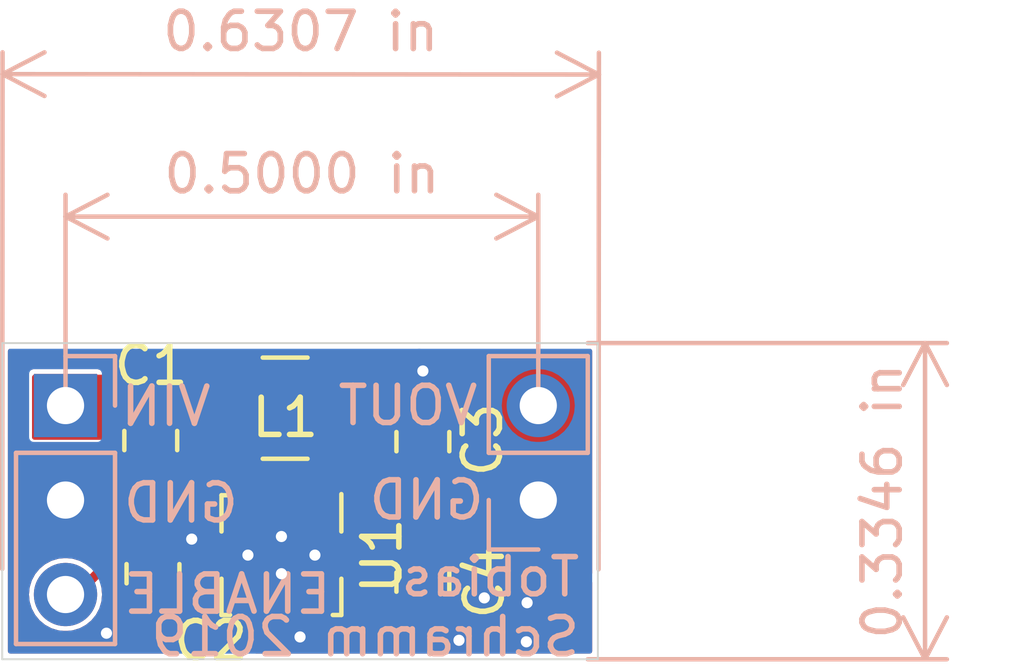
<source format=kicad_pcb>
(kicad_pcb (version 20171130) (host pcbnew 5.1.1)

  (general
    (thickness 1.6)
    (drawings 14)
    (tracks 41)
    (zones 0)
    (modules 8)
    (nets 8)
  )

  (page A4)
  (layers
    (0 F.Cu signal)
    (31 B.Cu signal hide)
    (32 B.Adhes user)
    (33 F.Adhes user)
    (34 B.Paste user)
    (35 F.Paste user)
    (36 B.SilkS user)
    (37 F.SilkS user)
    (38 B.Mask user)
    (39 F.Mask user hide)
    (40 Dwgs.User user)
    (41 Cmts.User user)
    (42 Eco1.User user)
    (43 Eco2.User user)
    (44 Edge.Cuts user)
    (45 Margin user)
    (46 B.CrtYd user)
    (47 F.CrtYd user)
    (48 B.Fab user)
    (49 F.Fab user hide)
  )

  (setup
    (last_trace_width 0.127)
    (user_trace_width 0.127)
    (user_trace_width 0.25)
    (user_trace_width 0.5)
    (user_trace_width 1)
    (trace_clearance 0.127)
    (zone_clearance 0.127)
    (zone_45_only no)
    (trace_min 0.127)
    (via_size 0.6)
    (via_drill 0.3)
    (via_min_size 0.6)
    (via_min_drill 0.3)
    (user_via 0.6 0.3)
    (uvia_size 0.6)
    (uvia_drill 0.3)
    (uvias_allowed no)
    (uvia_min_size 0.6)
    (uvia_min_drill 0.3)
    (edge_width 0.05)
    (segment_width 0.2)
    (pcb_text_width 0.3)
    (pcb_text_size 1.5 1.5)
    (mod_edge_width 0.12)
    (mod_text_size 1 1)
    (mod_text_width 0.15)
    (pad_size 1.524 1.524)
    (pad_drill 0.762)
    (pad_to_mask_clearance 0.051)
    (solder_mask_min_width 0.25)
    (aux_axis_origin 0 0)
    (visible_elements FFFFFF7F)
    (pcbplotparams
      (layerselection 0x010fc_ffffffff)
      (usegerberextensions true)
      (usegerberattributes false)
      (usegerberadvancedattributes false)
      (creategerberjobfile false)
      (excludeedgelayer true)
      (linewidth 0.100000)
      (plotframeref false)
      (viasonmask false)
      (mode 1)
      (useauxorigin false)
      (hpglpennumber 1)
      (hpglpenspeed 20)
      (hpglpendiameter 15.000000)
      (psnegative false)
      (psa4output false)
      (plotreference true)
      (plotvalue true)
      (plotinvisibletext false)
      (padsonsilk false)
      (subtractmaskfromsilk false)
      (outputformat 1)
      (mirror false)
      (drillshape 0)
      (scaleselection 1)
      (outputdirectory "../fab/"))
  )

  (net 0 "")
  (net 1 GND)
  (net 2 "Net-(C2-Pad1)")
  (net 3 "Net-(L1-Pad2)")
  (net 4 "Net-(L1-Pad1)")
  (net 5 /VIN)
  (net 6 /VOUT)
  (net 7 /EN)

  (net_class Default "Dies ist die voreingestellte Netzklasse."
    (clearance 0.127)
    (trace_width 0.127)
    (via_dia 0.6)
    (via_drill 0.3)
    (uvia_dia 0.6)
    (uvia_drill 0.3)
    (add_net /EN)
    (add_net /VIN)
    (add_net /VOUT)
    (add_net GND)
    (add_net "Net-(C2-Pad1)")
    (add_net "Net-(L1-Pad1)")
    (add_net "Net-(L1-Pad2)")
  )

  (module liion-buck_boost_3:Texas_DRC0010J_ThermalVias.3 (layer F.Cu) (tedit 5CA61E9E) (tstamp 5CA653CC)
    (at 82 47.2 270)
    (descr "Texas DRC0010J, VSON10 3x3mm Body, 0.5mm Pitch,  http://www.ti.com/lit/ds/symlink/tps63000.pdf")
    (tags "Texas VSON10 3x3mm")
    (path /5CA620E9)
    (attr smd)
    (fp_text reference U1 (at 0.02032 -2.7 270) (layer F.SilkS)
      (effects (font (size 1 1) (thickness 0.15)))
    )
    (fp_text value TPS63031 (at 0.02032 2.8 270) (layer F.Fab)
      (effects (font (size 1 1) (thickness 0.15)))
    )
    (fp_text user %R (at 0 0 270) (layer F.Fab)
      (effects (font (size 0.7 0.7) (thickness 0.1)))
    )
    (fp_line (start -0.8 -1.5) (end 1.5 -1.5) (layer F.Fab) (width 0.1))
    (fp_line (start 1.5 -1.5) (end 1.5 1.5) (layer F.Fab) (width 0.1))
    (fp_line (start -1.5 -0.8) (end -1.5 1.5) (layer F.Fab) (width 0.1))
    (fp_line (start -1.5 1.5) (end 1.5 1.5) (layer F.Fab) (width 0.1))
    (fp_line (start -1.95 -1.95) (end 1.95 -1.95) (layer F.CrtYd) (width 0.05))
    (fp_line (start 1.95 -1.95) (end 1.95 1.95) (layer F.CrtYd) (width 0.05))
    (fp_line (start -1.95 -1.95) (end -1.95 1.95) (layer F.CrtYd) (width 0.05))
    (fp_line (start -1.95 1.95) (end 1.95 1.95) (layer F.CrtYd) (width 0.05))
    (fp_line (start -1.5 -0.8) (end -0.8 -1.5) (layer F.Fab) (width 0.1))
    (fp_line (start -1.61 1.38) (end -1.61 1.61) (layer F.SilkS) (width 0.12))
    (fp_line (start -1.61 1.61) (end -0.635 1.61) (layer F.SilkS) (width 0.12))
    (fp_line (start 1.61 1.38) (end 1.61 1.61) (layer F.SilkS) (width 0.12))
    (fp_line (start 0.635 1.61) (end 1.61 1.61) (layer F.SilkS) (width 0.12))
    (fp_line (start 0.635 -1.61) (end 1.61 -1.61) (layer F.SilkS) (width 0.12))
    (fp_line (start 1.61 -1.61) (end 1.61 -1.38) (layer F.SilkS) (width 0.12))
    (fp_line (start -1.64 -1.61) (end -0.635 -1.61) (layer F.SilkS) (width 0.12))
    (pad "" smd roundrect (at 0 0.63 270) (size 1.5 1.06) (layers F.Paste) (roundrect_rratio 0.1)
      (zone_connect 0))
    (pad "" smd roundrect (at 0 -0.63 270) (size 1.5 1.06) (layers F.Paste) (roundrect_rratio 0.1)
      (zone_connect 0))
    (pad "" smd roundrect (at -0.25 -1.53 270) (size 0.25 0.34) (layers F.Paste) (roundrect_rratio 0.1)
      (zone_connect 0))
    (pad "" smd roundrect (at 0.25 -1.53 270) (size 0.25 0.34) (layers F.Paste) (roundrect_rratio 0.1)
      (zone_connect 0))
    (pad "" smd roundrect (at -0.25 1.53 270) (size 0.25 0.34) (layers F.Paste) (roundrect_rratio 0.1)
      (zone_connect 0))
    (pad "" smd roundrect (at 0.25 1.53 270) (size 0.25 0.34) (layers F.Paste) (roundrect_rratio 0.1)
      (zone_connect 0))
    (pad 1 smd rect (at -1.4 -1 270) (size 0.6 0.24) (layers F.Cu F.Paste F.Mask)
      (net 6 /VOUT))
    (pad 2 smd rect (at -1.4 -0.5 270) (size 0.6 0.24) (layers F.Cu F.Paste F.Mask)
      (net 3 "Net-(L1-Pad2)"))
    (pad 3 smd rect (at -1.4 0 270) (size 0.6 0.24) (layers F.Cu F.Paste F.Mask)
      (net 1 GND))
    (pad 4 smd rect (at -1.4 0.5 270) (size 0.6 0.24) (layers F.Cu F.Paste F.Mask)
      (net 4 "Net-(L1-Pad1)"))
    (pad 5 smd rect (at -1.4 1 270) (size 0.6 0.24) (layers F.Cu F.Paste F.Mask)
      (net 5 /VIN))
    (pad 6 smd rect (at 1.4 1 270) (size 0.6 0.24) (layers F.Cu F.Paste F.Mask)
      (net 7 /EN))
    (pad 7 smd rect (at 1.4 0.5 270) (size 0.6 0.24) (layers F.Cu F.Paste F.Mask)
      (net 2 "Net-(C2-Pad1)"))
    (pad 8 smd rect (at 1.4 0 270) (size 0.6 0.24) (layers F.Cu F.Paste F.Mask)
      (net 2 "Net-(C2-Pad1)"))
    (pad 9 smd rect (at 1.4 -0.5 270) (size 0.6 0.24) (layers F.Cu F.Paste F.Mask)
      (net 1 GND))
    (pad 10 smd rect (at 1.4 -1 270) (size 0.6 0.24) (layers F.Cu F.Paste F.Mask)
      (net 6 /VOUT))
    (pad 11 smd custom (at 0 0 270) (size 1.65 2.4) (layers F.Cu F.Mask)
      (net 1 GND) (zone_connect 0)
      (options (clearance outline) (anchor rect))
      (primitives
        (gr_poly (pts
           (xy -0.375 -1.1) (xy -0.375 -1.7) (xy -0.125 -1.7) (xy -0.125 -1.1) (xy 0.125 -1.1)
           (xy 0.125 -1.7) (xy 0.375 -1.7) (xy 0.375 1.7) (xy 0.125 1.7) (xy 0.125 1.1)
           (xy -0.125 1.1) (xy -0.125 1.7) (xy -0.375 1.7)) (width 0))
      ))
    (pad 11 thru_hole circle (at 0 0.9 270) (size 0.6 0.6) (drill 0.3) (layers *.Cu)
      (net 1 GND))
    (pad 11 thru_hole circle (at -0.5 0 270) (size 0.6 0.6) (drill 0.3) (layers *.Cu)
      (net 1 GND))
    (pad 11 thru_hole circle (at 0.5 0 270) (size 0.6 0.6) (drill 0.3) (layers *.Cu)
      (net 1 GND))
    (pad 11 thru_hole circle (at 0 -0.9 270) (size 0.6 0.6) (drill 0.3) (layers *.Cu)
      (net 1 GND))
    (model ${KISYS3DMOD}/Package_SON.3dshapes/Texas_DRC0010J.wrl
      (at (xyz 0 0 0))
      (scale (xyz 1 1 1))
      (rotate (xyz 0 0 0))
    )
  )

  (module Inductor_SMD:L_1210_3225Metric (layer F.Cu) (tedit 5B301BBE) (tstamp 5CA653A2)
    (at 82.1 43.25)
    (descr "Inductor SMD 1210 (3225 Metric), square (rectangular) end terminal, IPC_7351 nominal, (Body size source: http://www.tortai-tech.com/upload/download/2011102023233369053.pdf), generated with kicad-footprint-generator")
    (tags inductor)
    (path /5CA631EC)
    (attr smd)
    (fp_text reference L1 (at 0 0.25) (layer F.SilkS)
      (effects (font (size 1 1) (thickness 0.15)))
    )
    (fp_text value L (at 0 2.28) (layer F.Fab)
      (effects (font (size 1 1) (thickness 0.15)))
    )
    (fp_text user %R (at 0 0) (layer F.Fab)
      (effects (font (size 0.8 0.8) (thickness 0.12)))
    )
    (fp_line (start 2.28 1.58) (end -2.28 1.58) (layer F.CrtYd) (width 0.05))
    (fp_line (start 2.28 -1.58) (end 2.28 1.58) (layer F.CrtYd) (width 0.05))
    (fp_line (start -2.28 -1.58) (end 2.28 -1.58) (layer F.CrtYd) (width 0.05))
    (fp_line (start -2.28 1.58) (end -2.28 -1.58) (layer F.CrtYd) (width 0.05))
    (fp_line (start -0.602064 1.36) (end 0.602064 1.36) (layer F.SilkS) (width 0.12))
    (fp_line (start -0.602064 -1.36) (end 0.602064 -1.36) (layer F.SilkS) (width 0.12))
    (fp_line (start 1.6 1.25) (end -1.6 1.25) (layer F.Fab) (width 0.1))
    (fp_line (start 1.6 -1.25) (end 1.6 1.25) (layer F.Fab) (width 0.1))
    (fp_line (start -1.6 -1.25) (end 1.6 -1.25) (layer F.Fab) (width 0.1))
    (fp_line (start -1.6 1.25) (end -1.6 -1.25) (layer F.Fab) (width 0.1))
    (pad 2 smd roundrect (at 1.4 0) (size 1.25 2.65) (layers F.Cu F.Paste F.Mask) (roundrect_rratio 0.2)
      (net 3 "Net-(L1-Pad2)"))
    (pad 1 smd roundrect (at -1.4 0) (size 1.25 2.65) (layers F.Cu F.Paste F.Mask) (roundrect_rratio 0.2)
      (net 4 "Net-(L1-Pad1)"))
    (model ${KISYS3DMOD}/Inductor_SMD.3dshapes/L_1210_3225Metric.wrl
      (at (xyz 0 0 0))
      (scale (xyz 1 1 1))
      (rotate (xyz 0 0 0))
    )
  )

  (module Connector_PinHeader_2.54mm:PinHeader_1x02_P2.54mm_Vertical (layer B.Cu) (tedit 59FED5CC) (tstamp 5CA65FE8)
    (at 88.9 45.72)
    (descr "Through hole straight pin header, 1x02, 2.54mm pitch, single row")
    (tags "Through hole pin header THT 1x02 2.54mm single row")
    (path /5CA6AE98)
    (fp_text reference J2 (at 0 2.33) (layer B.SilkS) hide
      (effects (font (size 1 1) (thickness 0.15)) (justify mirror))
    )
    (fp_text value Conn_01x02_Male (at 0 -4.87) (layer B.Fab)
      (effects (font (size 1 1) (thickness 0.15)) (justify mirror))
    )
    (fp_text user %R (at 0 -1.27 -90) (layer B.Fab)
      (effects (font (size 1 1) (thickness 0.15)) (justify mirror))
    )
    (fp_line (start 1.8 1.8) (end -1.8 1.8) (layer B.CrtYd) (width 0.05))
    (fp_line (start 1.8 -4.35) (end 1.8 1.8) (layer B.CrtYd) (width 0.05))
    (fp_line (start -1.8 -4.35) (end 1.8 -4.35) (layer B.CrtYd) (width 0.05))
    (fp_line (start -1.8 1.8) (end -1.8 -4.35) (layer B.CrtYd) (width 0.05))
    (fp_line (start -1.33 1.33) (end 0 1.33) (layer B.SilkS) (width 0.12))
    (fp_line (start -1.33 0) (end -1.33 1.33) (layer B.SilkS) (width 0.12))
    (fp_line (start -1.33 -1.27) (end 1.33 -1.27) (layer B.SilkS) (width 0.12))
    (fp_line (start 1.33 -1.27) (end 1.33 -3.87) (layer B.SilkS) (width 0.12))
    (fp_line (start -1.33 -1.27) (end -1.33 -3.87) (layer B.SilkS) (width 0.12))
    (fp_line (start -1.33 -3.87) (end 1.33 -3.87) (layer B.SilkS) (width 0.12))
    (fp_line (start -1.27 0.635) (end -0.635 1.27) (layer B.Fab) (width 0.1))
    (fp_line (start -1.27 -3.81) (end -1.27 0.635) (layer B.Fab) (width 0.1))
    (fp_line (start 1.27 -3.81) (end -1.27 -3.81) (layer B.Fab) (width 0.1))
    (fp_line (start 1.27 1.27) (end 1.27 -3.81) (layer B.Fab) (width 0.1))
    (fp_line (start -0.635 1.27) (end 1.27 1.27) (layer B.Fab) (width 0.1))
    (pad 2 thru_hole oval (at 0 -2.54) (size 1.7 1.7) (drill 1) (layers *.Cu *.Mask)
      (net 6 /VOUT))
    (pad 1 thru_hole rect (at 0 0) (size 1.7 1.7) (drill 1) (layers *.Cu *.Mask)
      (net 1 GND))
    (model ${KISYS3DMOD}/Connector_PinHeader_2.54mm.3dshapes/PinHeader_1x02_P2.54mm_Vertical.wrl
      (at (xyz 0 0 0))
      (scale (xyz 1 1 1))
      (rotate (xyz 0 0 0))
    )
  )

  (module Connector_PinHeader_2.54mm:PinHeader_1x03_P2.54mm_Vertical (layer B.Cu) (tedit 59FED5CC) (tstamp 5CA6537B)
    (at 76.2 43.18 180)
    (descr "Through hole straight pin header, 1x03, 2.54mm pitch, single row")
    (tags "Through hole pin header THT 1x03 2.54mm single row")
    (path /5CA645E2)
    (fp_text reference J1 (at -6.8 -3.72 90) (layer B.SilkS) hide
      (effects (font (size 1 1) (thickness 0.15)) (justify mirror))
    )
    (fp_text value Conn_01x03_Male (at 0 -7.41 180) (layer B.Fab)
      (effects (font (size 1 1) (thickness 0.15)) (justify mirror))
    )
    (fp_text user %R (at 0 -2.54 90) (layer B.Fab)
      (effects (font (size 1 1) (thickness 0.15)) (justify mirror))
    )
    (fp_line (start 1.8 1.8) (end -1.8 1.8) (layer B.CrtYd) (width 0.05))
    (fp_line (start 1.8 -6.85) (end 1.8 1.8) (layer B.CrtYd) (width 0.05))
    (fp_line (start -1.8 -6.85) (end 1.8 -6.85) (layer B.CrtYd) (width 0.05))
    (fp_line (start -1.8 1.8) (end -1.8 -6.85) (layer B.CrtYd) (width 0.05))
    (fp_line (start -1.33 1.33) (end 0 1.33) (layer B.SilkS) (width 0.12))
    (fp_line (start -1.33 0) (end -1.33 1.33) (layer B.SilkS) (width 0.12))
    (fp_line (start -1.33 -1.27) (end 1.33 -1.27) (layer B.SilkS) (width 0.12))
    (fp_line (start 1.33 -1.27) (end 1.33 -6.41) (layer B.SilkS) (width 0.12))
    (fp_line (start -1.33 -1.27) (end -1.33 -6.41) (layer B.SilkS) (width 0.12))
    (fp_line (start -1.33 -6.41) (end 1.33 -6.41) (layer B.SilkS) (width 0.12))
    (fp_line (start -1.27 0.635) (end -0.635 1.27) (layer B.Fab) (width 0.1))
    (fp_line (start -1.27 -6.35) (end -1.27 0.635) (layer B.Fab) (width 0.1))
    (fp_line (start 1.27 -6.35) (end -1.27 -6.35) (layer B.Fab) (width 0.1))
    (fp_line (start 1.27 1.27) (end 1.27 -6.35) (layer B.Fab) (width 0.1))
    (fp_line (start -0.635 1.27) (end 1.27 1.27) (layer B.Fab) (width 0.1))
    (pad 3 thru_hole oval (at 0 -5.08 180) (size 1.7 1.7) (drill 1) (layers *.Cu *.Mask)
      (net 7 /EN))
    (pad 2 thru_hole oval (at 0 -2.54 180) (size 1.7 1.7) (drill 1) (layers *.Cu *.Mask)
      (net 1 GND))
    (pad 1 thru_hole rect (at 0 0 180) (size 1.7 1.7) (drill 1) (layers *.Cu *.Mask)
      (net 5 /VIN))
    (model ${KISYS3DMOD}/Connector_PinHeader_2.54mm.3dshapes/PinHeader_1x03_P2.54mm_Vertical.wrl
      (at (xyz 0 0 0))
      (scale (xyz 1 1 1))
      (rotate (xyz 0 0 0))
    )
  )

  (module Capacitor_SMD:C_0805_2012Metric (layer F.Cu) (tedit 5B36C52B) (tstamp 5CA65364)
    (at 85.8 47.925 270)
    (descr "Capacitor SMD 0805 (2012 Metric), square (rectangular) end terminal, IPC_7351 nominal, (Body size source: https://docs.google.com/spreadsheets/d/1BsfQQcO9C6DZCsRaXUlFlo91Tg2WpOkGARC1WS5S8t0/edit?usp=sharing), generated with kicad-footprint-generator")
    (tags capacitor)
    (path /5CA68FF0)
    (attr smd)
    (fp_text reference C4 (at 0 -1.65 270) (layer F.SilkS)
      (effects (font (size 1 1) (thickness 0.15)))
    )
    (fp_text value 10µF (at 0 1.65 270) (layer F.Fab)
      (effects (font (size 1 1) (thickness 0.15)))
    )
    (fp_text user %R (at 0 0 270) (layer F.Fab)
      (effects (font (size 0.5 0.5) (thickness 0.08)))
    )
    (fp_line (start 1.68 0.95) (end -1.68 0.95) (layer F.CrtYd) (width 0.05))
    (fp_line (start 1.68 -0.95) (end 1.68 0.95) (layer F.CrtYd) (width 0.05))
    (fp_line (start -1.68 -0.95) (end 1.68 -0.95) (layer F.CrtYd) (width 0.05))
    (fp_line (start -1.68 0.95) (end -1.68 -0.95) (layer F.CrtYd) (width 0.05))
    (fp_line (start -0.258578 0.71) (end 0.258578 0.71) (layer F.SilkS) (width 0.12))
    (fp_line (start -0.258578 -0.71) (end 0.258578 -0.71) (layer F.SilkS) (width 0.12))
    (fp_line (start 1 0.6) (end -1 0.6) (layer F.Fab) (width 0.1))
    (fp_line (start 1 -0.6) (end 1 0.6) (layer F.Fab) (width 0.1))
    (fp_line (start -1 -0.6) (end 1 -0.6) (layer F.Fab) (width 0.1))
    (fp_line (start -1 0.6) (end -1 -0.6) (layer F.Fab) (width 0.1))
    (pad 2 smd roundrect (at 0.9375 0 270) (size 0.975 1.4) (layers F.Cu F.Paste F.Mask) (roundrect_rratio 0.25)
      (net 1 GND))
    (pad 1 smd roundrect (at -0.9375 0 270) (size 0.975 1.4) (layers F.Cu F.Paste F.Mask) (roundrect_rratio 0.25)
      (net 6 /VOUT))
    (model ${KISYS3DMOD}/Capacitor_SMD.3dshapes/C_0805_2012Metric.wrl
      (at (xyz 0 0 0))
      (scale (xyz 1 1 1))
      (rotate (xyz 0 0 0))
    )
  )

  (module Capacitor_SMD:C_0805_2012Metric (layer F.Cu) (tedit 5B36C52B) (tstamp 5CA65353)
    (at 85.8 44.15 90)
    (descr "Capacitor SMD 0805 (2012 Metric), square (rectangular) end terminal, IPC_7351 nominal, (Body size source: https://docs.google.com/spreadsheets/d/1BsfQQcO9C6DZCsRaXUlFlo91Tg2WpOkGARC1WS5S8t0/edit?usp=sharing), generated with kicad-footprint-generator")
    (tags capacitor)
    (path /5CA68B7E)
    (attr smd)
    (fp_text reference C3 (at 0.05 1.6 90) (layer F.SilkS)
      (effects (font (size 1 1) (thickness 0.15)))
    )
    (fp_text value 10µF (at 0 1.65 90) (layer F.Fab)
      (effects (font (size 1 1) (thickness 0.15)))
    )
    (fp_text user %R (at 0 0 90) (layer F.Fab)
      (effects (font (size 0.5 0.5) (thickness 0.08)))
    )
    (fp_line (start 1.68 0.95) (end -1.68 0.95) (layer F.CrtYd) (width 0.05))
    (fp_line (start 1.68 -0.95) (end 1.68 0.95) (layer F.CrtYd) (width 0.05))
    (fp_line (start -1.68 -0.95) (end 1.68 -0.95) (layer F.CrtYd) (width 0.05))
    (fp_line (start -1.68 0.95) (end -1.68 -0.95) (layer F.CrtYd) (width 0.05))
    (fp_line (start -0.258578 0.71) (end 0.258578 0.71) (layer F.SilkS) (width 0.12))
    (fp_line (start -0.258578 -0.71) (end 0.258578 -0.71) (layer F.SilkS) (width 0.12))
    (fp_line (start 1 0.6) (end -1 0.6) (layer F.Fab) (width 0.1))
    (fp_line (start 1 -0.6) (end 1 0.6) (layer F.Fab) (width 0.1))
    (fp_line (start -1 -0.6) (end 1 -0.6) (layer F.Fab) (width 0.1))
    (fp_line (start -1 0.6) (end -1 -0.6) (layer F.Fab) (width 0.1))
    (pad 2 smd roundrect (at 0.9375 0 90) (size 0.975 1.4) (layers F.Cu F.Paste F.Mask) (roundrect_rratio 0.25)
      (net 1 GND))
    (pad 1 smd roundrect (at -0.9375 0 90) (size 0.975 1.4) (layers F.Cu F.Paste F.Mask) (roundrect_rratio 0.25)
      (net 6 /VOUT))
    (model ${KISYS3DMOD}/Capacitor_SMD.3dshapes/C_0805_2012Metric.wrl
      (at (xyz 0 0 0))
      (scale (xyz 1 1 1))
      (rotate (xyz 0 0 0))
    )
  )

  (module Capacitor_SMD:C_0805_2012Metric (layer F.Cu) (tedit 5B36C52B) (tstamp 5CA65342)
    (at 78.55 47.7 90)
    (descr "Capacitor SMD 0805 (2012 Metric), square (rectangular) end terminal, IPC_7351 nominal, (Body size source: https://docs.google.com/spreadsheets/d/1BsfQQcO9C6DZCsRaXUlFlo91Tg2WpOkGARC1WS5S8t0/edit?usp=sharing), generated with kicad-footprint-generator")
    (tags capacitor)
    (path /5CA66CF7)
    (attr smd)
    (fp_text reference C2 (at -1.8 1.55 180) (layer F.SilkS)
      (effects (font (size 1 1) (thickness 0.15)))
    )
    (fp_text value 100nF (at 0 1.65 90) (layer F.Fab)
      (effects (font (size 1 1) (thickness 0.15)))
    )
    (fp_text user %R (at 0 0 90) (layer F.Fab)
      (effects (font (size 0.5 0.5) (thickness 0.08)))
    )
    (fp_line (start 1.68 0.95) (end -1.68 0.95) (layer F.CrtYd) (width 0.05))
    (fp_line (start 1.68 -0.95) (end 1.68 0.95) (layer F.CrtYd) (width 0.05))
    (fp_line (start -1.68 -0.95) (end 1.68 -0.95) (layer F.CrtYd) (width 0.05))
    (fp_line (start -1.68 0.95) (end -1.68 -0.95) (layer F.CrtYd) (width 0.05))
    (fp_line (start -0.258578 0.71) (end 0.258578 0.71) (layer F.SilkS) (width 0.12))
    (fp_line (start -0.258578 -0.71) (end 0.258578 -0.71) (layer F.SilkS) (width 0.12))
    (fp_line (start 1 0.6) (end -1 0.6) (layer F.Fab) (width 0.1))
    (fp_line (start 1 -0.6) (end 1 0.6) (layer F.Fab) (width 0.1))
    (fp_line (start -1 -0.6) (end 1 -0.6) (layer F.Fab) (width 0.1))
    (fp_line (start -1 0.6) (end -1 -0.6) (layer F.Fab) (width 0.1))
    (pad 2 smd roundrect (at 0.9375 0 90) (size 0.975 1.4) (layers F.Cu F.Paste F.Mask) (roundrect_rratio 0.25)
      (net 1 GND))
    (pad 1 smd roundrect (at -0.9375 0 90) (size 0.975 1.4) (layers F.Cu F.Paste F.Mask) (roundrect_rratio 0.25)
      (net 2 "Net-(C2-Pad1)"))
    (model ${KISYS3DMOD}/Capacitor_SMD.3dshapes/C_0805_2012Metric.wrl
      (at (xyz 0 0 0))
      (scale (xyz 1 1 1))
      (rotate (xyz 0 0 0))
    )
  )

  (module Capacitor_SMD:C_0805_2012Metric (layer F.Cu) (tedit 5B36C52B) (tstamp 5CA65A29)
    (at 78.49 44.12 270)
    (descr "Capacitor SMD 0805 (2012 Metric), square (rectangular) end terminal, IPC_7351 nominal, (Body size source: https://docs.google.com/spreadsheets/d/1BsfQQcO9C6DZCsRaXUlFlo91Tg2WpOkGARC1WS5S8t0/edit?usp=sharing), generated with kicad-footprint-generator")
    (tags capacitor)
    (path /5CA65EC4)
    (attr smd)
    (fp_text reference C1 (at -2.02 -0.01) (layer F.SilkS)
      (effects (font (size 1 1) (thickness 0.15)))
    )
    (fp_text value 10µF (at 0 1.65 270) (layer F.Fab)
      (effects (font (size 1 1) (thickness 0.15)))
    )
    (fp_text user %R (at 0 0 270) (layer F.Fab)
      (effects (font (size 0.5 0.5) (thickness 0.08)))
    )
    (fp_line (start 1.68 0.95) (end -1.68 0.95) (layer F.CrtYd) (width 0.05))
    (fp_line (start 1.68 -0.95) (end 1.68 0.95) (layer F.CrtYd) (width 0.05))
    (fp_line (start -1.68 -0.95) (end 1.68 -0.95) (layer F.CrtYd) (width 0.05))
    (fp_line (start -1.68 0.95) (end -1.68 -0.95) (layer F.CrtYd) (width 0.05))
    (fp_line (start -0.258578 0.71) (end 0.258578 0.71) (layer F.SilkS) (width 0.12))
    (fp_line (start -0.258578 -0.71) (end 0.258578 -0.71) (layer F.SilkS) (width 0.12))
    (fp_line (start 1 0.6) (end -1 0.6) (layer F.Fab) (width 0.1))
    (fp_line (start 1 -0.6) (end 1 0.6) (layer F.Fab) (width 0.1))
    (fp_line (start -1 -0.6) (end 1 -0.6) (layer F.Fab) (width 0.1))
    (fp_line (start -1 0.6) (end -1 -0.6) (layer F.Fab) (width 0.1))
    (pad 2 smd roundrect (at 0.9375 0 270) (size 0.975 1.4) (layers F.Cu F.Paste F.Mask) (roundrect_rratio 0.25)
      (net 1 GND))
    (pad 1 smd roundrect (at -0.9375 0 270) (size 0.975 1.4) (layers F.Cu F.Paste F.Mask) (roundrect_rratio 0.25)
      (net 5 /VIN))
    (model ${KISYS3DMOD}/Capacitor_SMD.3dshapes/C_0805_2012Metric.wrl
      (at (xyz 0 0 0))
      (scale (xyz 1 1 1))
      (rotate (xyz 0 0 0))
    )
  )

  (gr_text "Tobias\nSchramm 2019" (at 90.09 48.59) (layer B.SilkS) (tstamp 5CA66F2C)
    (effects (font (size 1 1) (thickness 0.15)) (justify left mirror))
  )
  (dimension 8.5 (width 0.12) (layer B.SilkS)
    (gr_text "8,500 mm" (at 100.56 45.75 90) (layer B.SilkS)
      (effects (font (size 1 1) (thickness 0.15)))
    )
    (feature1 (pts (xy 90.23 41.5) (xy 99.876421 41.5)))
    (feature2 (pts (xy 90.23 50) (xy 99.876421 50)))
    (crossbar (pts (xy 99.29 50) (xy 99.29 41.5)))
    (arrow1a (pts (xy 99.29 41.5) (xy 99.876421 42.626504)))
    (arrow1b (pts (xy 99.29 41.5) (xy 98.703579 42.626504)))
    (arrow2a (pts (xy 99.29 50) (xy 99.876421 48.873496)))
    (arrow2b (pts (xy 99.29 50) (xy 98.703579 48.873496)))
  )
  (dimension 16.020003 (width 0.12) (layer B.SilkS)
    (gr_text "16,020 mm" (at 82.519095 33.005003 359.9642348) (layer B.SilkS)
      (effects (font (size 1 1) (thickness 0.15)))
    )
    (feature1 (pts (xy 90.52 47.58) (xy 90.528668 33.693582)))
    (feature2 (pts (xy 74.5 47.57) (xy 74.508668 33.683582)))
    (crossbar (pts (xy 74.508302 34.270003) (xy 90.528302 34.280003)))
    (arrow1a (pts (xy 90.528302 34.280003) (xy 89.401432 34.86572)))
    (arrow1b (pts (xy 90.528302 34.280003) (xy 89.402165 33.692879)))
    (arrow2a (pts (xy 74.508302 34.270003) (xy 75.634439 34.857127)))
    (arrow2b (pts (xy 74.508302 34.270003) (xy 75.635172 33.684286)))
  )
  (dimension 12.7 (width 0.12) (layer B.SilkS)
    (gr_text "12,700 mm" (at 82.55 36.83) (layer B.SilkS)
      (effects (font (size 1 1) (thickness 0.15)))
    )
    (feature1 (pts (xy 76.2 43.18) (xy 76.2 37.513579)))
    (feature2 (pts (xy 88.9 43.18) (xy 88.9 37.513579)))
    (crossbar (pts (xy 88.9 38.1) (xy 76.2 38.1)))
    (arrow1a (pts (xy 76.2 38.1) (xy 77.326504 37.513579)))
    (arrow1b (pts (xy 76.2 38.1) (xy 77.326504 38.686421)))
    (arrow2a (pts (xy 88.9 38.1) (xy 87.773496 37.513579)))
    (arrow2b (pts (xy 88.9 38.1) (xy 87.773496 38.686421)))
  )
  (gr_text GND (at 85.9 45.72) (layer B.SilkS) (tstamp 5CA66DD0)
    (effects (font (size 1 1) (thickness 0.15)) (justify mirror))
  )
  (gr_text VOUT (at 85.4 43.18) (layer B.SilkS)
    (effects (font (size 1 1) (thickness 0.15)) (justify mirror))
  )
  (gr_text "ENABLE\n" (at 80.55 48.25) (layer B.SilkS)
    (effects (font (size 1 1) (thickness 0.15)) (justify mirror))
  )
  (gr_text GND (at 79.3 45.8) (layer B.SilkS)
    (effects (font (size 1 1) (thickness 0.15)) (justify mirror))
  )
  (gr_text VIN (at 78.9 43.2) (layer B.SilkS)
    (effects (font (size 1 1) (thickness 0.15)) (justify mirror))
  )
  (gr_line (start 74.5 50) (end 74.5 41.5) (layer Edge.Cuts) (width 0.05) (tstamp 5CA662BC))
  (gr_line (start 90.5 50) (end 74.5 50) (layer Edge.Cuts) (width 0.05))
  (gr_line (start 90.5 41.5) (end 90.5 50) (layer Edge.Cuts) (width 0.05))
  (gr_line (start 74.5 41.5) (end 90.5 41.5) (layer Edge.Cuts) (width 0.05) (tstamp 5CA661A2))
  (dimension 2.54 (width 0.15) (layer Eco1.User)
    (gr_text "2,540 mm" (at 92.74 46.99 90) (layer Eco1.User)
      (effects (font (size 1 1) (thickness 0.15)))
    )
    (feature1 (pts (xy 88.9 45.72) (xy 92.026421 45.72)))
    (feature2 (pts (xy 88.9 48.26) (xy 92.026421 48.26)))
    (crossbar (pts (xy 91.44 48.26) (xy 91.44 45.72)))
    (arrow1a (pts (xy 91.44 45.72) (xy 92.026421 46.846504)))
    (arrow1b (pts (xy 91.44 45.72) (xy 90.853579 46.846504)))
    (arrow2a (pts (xy 91.44 48.26) (xy 92.026421 47.133496)))
    (arrow2b (pts (xy 91.44 48.26) (xy 90.853579 47.133496)))
  )

  (via (at 77.3 49.3) (size 0.6) (drill 0.3) (layers F.Cu B.Cu) (net 1))
  (segment (start 77.3 49.5) (end 77.3 49.3) (width 0.127) (layer F.Cu) (net 1))
  (via (at 82.5 49.4) (size 0.6) (drill 0.3) (layers F.Cu B.Cu) (net 1))
  (segment (start 82.5 47.7) (end 82 47.2) (width 0.25) (layer F.Cu) (net 1))
  (segment (start 82.5 48.6) (end 82.5 47.7) (width 0.25) (layer F.Cu) (net 1))
  (segment (start 82 45.8) (end 82 47.2) (width 0.25) (layer F.Cu) (net 1))
  (segment (start 85.8 43.2125) (end 85.8 42.25) (width 1) (layer F.Cu) (net 1))
  (segment (start 85.7 42.52) (end 88.9 45.72) (width 1) (layer B.Cu) (net 1))
  (segment (start 85.7 42.15) (end 85.7 42.52) (width 1) (layer B.Cu) (net 1))
  (segment (start 85.8 42.25) (end 85.8 42.25) (width 1) (layer F.Cu) (net 1) (tstamp 5CA66916))
  (via (at 85.8 42.25) (size 0.6) (drill 0.3) (layers F.Cu B.Cu) (net 1))
  (segment (start 78.55 46.7625) (end 79.5825 46.7625) (width 0.127) (layer F.Cu) (net 1))
  (via (at 79.59 46.77) (size 0.6) (drill 0.3) (layers F.Cu B.Cu) (net 1))
  (segment (start 79.5825 46.7625) (end 79.59 46.77) (width 0.127) (layer F.Cu) (net 1))
  (segment (start 85.8 48.8625) (end 86.8375 48.8625) (width 0.127) (layer F.Cu) (net 1))
  (via (at 87.45 48.35) (size 0.6) (drill 0.3) (layers F.Cu B.Cu) (net 1))
  (segment (start 86.8375 48.8625) (end 87.35 48.35) (width 0.127) (layer F.Cu) (net 1))
  (via (at 88.6 48.48) (size 0.6) (drill 0.3) (layers F.Cu B.Cu) (net 1))
  (segment (start 87.35 48.35) (end 88.77 48.35) (width 0.127) (layer B.Cu) (net 1))
  (via (at 88.58 49.53) (size 0.6) (drill 0.3) (layers F.Cu B.Cu) (net 1))
  (segment (start 88.77 48.35) (end 88.77 49.41) (width 0.127) (layer F.Cu) (net 1))
  (via (at 86.77 49.49) (size 0.6) (drill 0.3) (layers F.Cu B.Cu) (net 1))
  (segment (start 88.77 49.41) (end 87.35 49.41) (width 0.127) (layer B.Cu) (net 1))
  (segment (start 79.856002 46.7625) (end 80.293502 47.2) (width 1) (layer F.Cu) (net 1))
  (segment (start 78.55 46.7625) (end 79.856002 46.7625) (width 1) (layer F.Cu) (net 1))
  (segment (start 80.293502 47.2) (end 82 47.2) (width 1) (layer F.Cu) (net 1))
  (segment (start 81.5 49.15) (end 81.1 49.55) (width 0.25) (layer F.Cu) (net 2))
  (segment (start 81.5 48.6) (end 81.5 49.15) (width 0.25) (layer F.Cu) (net 2))
  (segment (start 79.4625 49.55) (end 78.55 48.6375) (width 0.25) (layer F.Cu) (net 2))
  (segment (start 81.1 49.55) (end 79.4625 49.55) (width 0.25) (layer F.Cu) (net 2))
  (segment (start 82 48.6) (end 81.5 48.6) (width 0.25) (layer F.Cu) (net 2))
  (segment (start 83.247 48.6) (end 83.95 47.897) (width 0.127) (layer F.Cu) (net 6))
  (segment (start 83 48.6) (end 83.247 48.6) (width 0.127) (layer F.Cu) (net 6))
  (segment (start 83.95 47.897) (end 83.95 47.7) (width 0.127) (layer F.Cu) (net 6))
  (segment (start 85.0875 47.7) (end 85.8 46.9875) (width 0.127) (layer F.Cu) (net 6))
  (segment (start 83.95 47.7) (end 85.0875 47.7) (width 0.127) (layer F.Cu) (net 6))
  (segment (start 76.2 48.26) (end 76.49 48.26) (width 0.25) (layer F.Cu) (net 7))
  (segment (start 76.49 48.26) (end 77.05 47.7) (width 0.25) (layer F.Cu) (net 7))
  (segment (start 79.73 47.7) (end 80.63 48.6) (width 0.25) (layer F.Cu) (net 7))
  (segment (start 80.63 48.6) (end 81 48.6) (width 0.25) (layer F.Cu) (net 7))
  (segment (start 77.05 47.7) (end 79.73 47.7) (width 0.25) (layer F.Cu) (net 7))

  (zone (net 6) (net_name /VOUT) (layer F.Cu) (tstamp 5CA66E7B) (hatch edge 0.508)
    (priority 10)
    (connect_pads yes (clearance 0.127))
    (min_thickness 0.127)
    (fill yes (arc_segments 32) (thermal_gap 0.128) (thermal_bridge_width 0.128))
    (polygon
      (pts
        (xy 90.5 41.5) (xy 90.5 44.5) (xy 90.5 47.75) (xy 87.75 47.75) (xy 84.5 47.75)
        (xy 83 47.75) (xy 82.75 46.25) (xy 82.75 45) (xy 82.75 41.5) (xy 84.75 41.5)
        (xy 87.5 41.5)
      )
    )
    (filled_polygon
      (pts
        (xy 85.30938 41.75938) (xy 85.223092 41.864523) (xy 85.158975 41.984479) (xy 85.119491 42.114638) (xy 85.106159 42.25)
        (xy 85.109501 42.283931) (xy 85.109501 42.6029) (xy 85.101982 42.606919) (xy 85.036038 42.661038) (xy 84.981919 42.726982)
        (xy 84.941704 42.802217) (xy 84.916941 42.883852) (xy 84.908579 42.96875) (xy 84.908579 43.45625) (xy 84.916941 43.541148)
        (xy 84.941704 43.622783) (xy 84.981919 43.698018) (xy 85.036038 43.763962) (xy 85.101982 43.818081) (xy 85.177217 43.858296)
        (xy 85.258852 43.883059) (xy 85.34375 43.891421) (xy 85.659403 43.891421) (xy 85.664638 43.893009) (xy 85.8 43.906341)
        (xy 85.935361 43.893009) (xy 85.940596 43.891421) (xy 86.25625 43.891421) (xy 86.341148 43.883059) (xy 86.422783 43.858296)
        (xy 86.498018 43.818081) (xy 86.563962 43.763962) (xy 86.618081 43.698018) (xy 86.658296 43.622783) (xy 86.683059 43.541148)
        (xy 86.691421 43.45625) (xy 86.691421 42.96875) (xy 86.683059 42.883852) (xy 86.658296 42.802217) (xy 86.618081 42.726982)
        (xy 86.563962 42.661038) (xy 86.498018 42.606919) (xy 86.4905 42.6029) (xy 86.4905 42.283922) (xy 86.493841 42.25)
        (xy 86.480509 42.114638) (xy 86.441025 41.984479) (xy 86.376908 41.864523) (xy 86.29062 41.75938) (xy 86.237152 41.7155)
        (xy 90.2845 41.7155) (xy 90.284501 47.6865) (xy 83.854934 47.6865) (xy 83.859162 47.681348) (xy 83.876851 47.648254)
        (xy 83.887744 47.612345) (xy 83.891422 47.575) (xy 83.891422 47.325) (xy 83.887744 47.287655) (xy 83.876851 47.251746)
        (xy 83.859162 47.218652) (xy 83.843855 47.2) (xy 83.859162 47.181348) (xy 83.876851 47.148254) (xy 83.887744 47.112345)
        (xy 83.891422 47.075) (xy 83.891422 46.825) (xy 83.887744 46.787655) (xy 83.876851 46.751746) (xy 83.859162 46.718652)
        (xy 83.835356 46.689644) (xy 83.806348 46.665838) (xy 83.773254 46.648149) (xy 83.737345 46.637256) (xy 83.7 46.633578)
        (xy 83.391422 46.633578) (xy 83.391422 46.375) (xy 83.387744 46.337655) (xy 83.376851 46.301746) (xy 83.359162 46.268652)
        (xy 83.335356 46.239644) (xy 83.306348 46.215838) (xy 83.273254 46.198149) (xy 83.237345 46.187256) (xy 83.2 46.183578)
        (xy 82.9405 46.183578) (xy 82.9405 45.50095) (xy 83.870321 44.87) (xy 87.858579 44.87) (xy 87.858579 46.57)
        (xy 87.862257 46.607344) (xy 87.87315 46.643254) (xy 87.890839 46.676348) (xy 87.914645 46.705355) (xy 87.943652 46.729161)
        (xy 87.976746 46.74685) (xy 88.012656 46.757743) (xy 88.05 46.761421) (xy 89.75 46.761421) (xy 89.787344 46.757743)
        (xy 89.823254 46.74685) (xy 89.856348 46.729161) (xy 89.885355 46.705355) (xy 89.909161 46.676348) (xy 89.92685 46.643254)
        (xy 89.937743 46.607344) (xy 89.941421 46.57) (xy 89.941421 44.87) (xy 89.937743 44.832656) (xy 89.92685 44.796746)
        (xy 89.909161 44.763652) (xy 89.885355 44.734645) (xy 89.856348 44.710839) (xy 89.823254 44.69315) (xy 89.787344 44.682257)
        (xy 89.75 44.678579) (xy 88.05 44.678579) (xy 88.012656 44.682257) (xy 87.976746 44.69315) (xy 87.943652 44.710839)
        (xy 87.914645 44.734645) (xy 87.890839 44.763652) (xy 87.87315 44.796746) (xy 87.862257 44.832656) (xy 87.858579 44.87)
        (xy 83.870321 44.87) (xy 84.256966 44.607634) (xy 84.284704 44.584704) (xy 84.308395 44.555836) (xy 84.325999 44.522901)
        (xy 84.33684 44.487165) (xy 84.3405 44.45) (xy 84.3405 41.75) (xy 84.337102 41.7155) (xy 85.362848 41.7155)
      )
    )
  )
  (zone (net 1) (net_name GND) (layer B.Cu) (tstamp 5CA66E78) (hatch edge 0.508)
    (connect_pads yes (clearance 0.127))
    (min_thickness 0.127)
    (fill yes (arc_segments 32) (thermal_gap 0.128) (thermal_bridge_width 0.128))
    (polygon
      (pts
        (xy 90.5 50) (xy 74.5 50) (xy 74.5 41.5) (xy 90.5 41.5)
      )
    )
    (filled_polygon
      (pts
        (xy 90.284501 49.7845) (xy 74.7155 49.7845) (xy 74.7155 48.26) (xy 75.154466 48.26) (xy 75.174556 48.463974)
        (xy 75.234053 48.660109) (xy 75.33067 48.840868) (xy 75.460696 48.999304) (xy 75.619132 49.12933) (xy 75.799891 49.225947)
        (xy 75.996026 49.285444) (xy 76.14889 49.3005) (xy 76.25111 49.3005) (xy 76.403974 49.285444) (xy 76.600109 49.225947)
        (xy 76.780868 49.12933) (xy 76.939304 48.999304) (xy 77.06933 48.840868) (xy 77.165947 48.660109) (xy 77.225444 48.463974)
        (xy 77.245534 48.26) (xy 77.225444 48.056026) (xy 77.165947 47.859891) (xy 77.06933 47.679132) (xy 76.939304 47.520696)
        (xy 76.780868 47.39067) (xy 76.600109 47.294053) (xy 76.403974 47.234556) (xy 76.25111 47.2195) (xy 76.14889 47.2195)
        (xy 75.996026 47.234556) (xy 75.799891 47.294053) (xy 75.619132 47.39067) (xy 75.460696 47.520696) (xy 75.33067 47.679132)
        (xy 75.234053 47.859891) (xy 75.174556 48.056026) (xy 75.154466 48.26) (xy 74.7155 48.26) (xy 74.7155 42.33)
        (xy 75.158579 42.33) (xy 75.158579 44.03) (xy 75.162257 44.067344) (xy 75.17315 44.103254) (xy 75.190839 44.136348)
        (xy 75.214645 44.165355) (xy 75.243652 44.189161) (xy 75.276746 44.20685) (xy 75.312656 44.217743) (xy 75.35 44.221421)
        (xy 77.05 44.221421) (xy 77.087344 44.217743) (xy 77.123254 44.20685) (xy 77.156348 44.189161) (xy 77.185355 44.165355)
        (xy 77.209161 44.136348) (xy 77.22685 44.103254) (xy 77.237743 44.067344) (xy 77.241421 44.03) (xy 77.241421 43.18)
        (xy 87.854466 43.18) (xy 87.874556 43.383974) (xy 87.934053 43.580109) (xy 88.03067 43.760868) (xy 88.160696 43.919304)
        (xy 88.319132 44.04933) (xy 88.499891 44.145947) (xy 88.696026 44.205444) (xy 88.84889 44.2205) (xy 88.95111 44.2205)
        (xy 89.103974 44.205444) (xy 89.300109 44.145947) (xy 89.480868 44.04933) (xy 89.639304 43.919304) (xy 89.76933 43.760868)
        (xy 89.865947 43.580109) (xy 89.925444 43.383974) (xy 89.945534 43.18) (xy 89.925444 42.976026) (xy 89.865947 42.779891)
        (xy 89.76933 42.599132) (xy 89.639304 42.440696) (xy 89.480868 42.31067) (xy 89.300109 42.214053) (xy 89.103974 42.154556)
        (xy 88.95111 42.1395) (xy 88.84889 42.1395) (xy 88.696026 42.154556) (xy 88.499891 42.214053) (xy 88.319132 42.31067)
        (xy 88.160696 42.440696) (xy 88.03067 42.599132) (xy 87.934053 42.779891) (xy 87.874556 42.976026) (xy 87.854466 43.18)
        (xy 77.241421 43.18) (xy 77.241421 42.33) (xy 77.237743 42.292656) (xy 77.22685 42.256746) (xy 77.209161 42.223652)
        (xy 77.185355 42.194645) (xy 77.156348 42.170839) (xy 77.123254 42.15315) (xy 77.087344 42.142257) (xy 77.05 42.138579)
        (xy 75.35 42.138579) (xy 75.312656 42.142257) (xy 75.276746 42.15315) (xy 75.243652 42.170839) (xy 75.214645 42.194645)
        (xy 75.190839 42.223652) (xy 75.17315 42.256746) (xy 75.162257 42.292656) (xy 75.158579 42.33) (xy 74.7155 42.33)
        (xy 74.7155 41.7155) (xy 90.2845 41.7155)
      )
    )
  )
  (zone (net 1) (net_name GND) (layer F.Cu) (tstamp 5CA66E75) (hatch edge 0.508)
    (connect_pads yes (clearance 0.127))
    (min_thickness 0.127)
    (fill yes (arc_segments 32) (thermal_gap 0.128) (thermal_bridge_width 0.128))
    (polygon
      (pts
        (xy 90.5 50) (xy 74.5 50) (xy 74.5 41.5) (xy 90.5 41.5)
      )
    )
    (filled_polygon
      (pts
        (xy 79.8595 41.75) (xy 79.8595 42.1595) (xy 77.135134 42.1595) (xy 77.123254 42.15315) (xy 77.087344 42.142257)
        (xy 77.05 42.138579) (xy 75.35 42.138579) (xy 75.312656 42.142257) (xy 75.276746 42.15315) (xy 75.251697 42.166539)
        (xy 75.227099 42.174001) (xy 75.194164 42.191605) (xy 75.165296 42.215296) (xy 75.141605 42.244164) (xy 75.124001 42.277099)
        (xy 75.11316 42.312835) (xy 75.1095 42.35) (xy 75.1095 44.1) (xy 75.11316 44.137165) (xy 75.124001 44.172901)
        (xy 75.141605 44.205836) (xy 75.165296 44.234704) (xy 75.194164 44.258395) (xy 75.227099 44.275999) (xy 75.262835 44.28684)
        (xy 75.3 44.2905) (xy 78.937127 44.2905) (xy 80.032913 46.2915) (xy 80.065296 46.334704) (xy 80.094164 46.358395)
        (xy 80.127099 46.375999) (xy 80.162835 46.38684) (xy 80.2 46.3905) (xy 80.608578 46.3905) (xy 80.608578 46.633578)
        (xy 80.3 46.633578) (xy 80.262655 46.637256) (xy 80.226746 46.648149) (xy 80.193652 46.665838) (xy 80.164644 46.689644)
        (xy 80.140838 46.718652) (xy 80.123149 46.751746) (xy 80.112256 46.787655) (xy 80.108578 46.825) (xy 80.108578 47.075)
        (xy 80.112256 47.112345) (xy 80.123149 47.148254) (xy 80.140838 47.181348) (xy 80.156145 47.2) (xy 80.140838 47.218652)
        (xy 80.123149 47.251746) (xy 80.112256 47.287655) (xy 80.108578 47.325) (xy 80.108578 47.575) (xy 80.112256 47.612345)
        (xy 80.122588 47.646405) (xy 79.964051 47.487868) (xy 79.954171 47.475829) (xy 79.90613 47.436403) (xy 79.851321 47.407106)
        (xy 79.791849 47.389066) (xy 79.745493 47.3845) (xy 79.745482 47.3845) (xy 79.73 47.382975) (xy 79.714518 47.3845)
        (xy 77.065485 47.3845) (xy 77.05 47.382975) (xy 77.034515 47.3845) (xy 77.034507 47.3845) (xy 76.988151 47.389066)
        (xy 76.928679 47.407106) (xy 76.87387 47.436403) (xy 76.855232 47.451699) (xy 76.780868 47.39067) (xy 76.600109 47.294053)
        (xy 76.403974 47.234556) (xy 76.25111 47.2195) (xy 76.14889 47.2195) (xy 75.996026 47.234556) (xy 75.799891 47.294053)
        (xy 75.619132 47.39067) (xy 75.460696 47.520696) (xy 75.33067 47.679132) (xy 75.234053 47.859891) (xy 75.174556 48.056026)
        (xy 75.154466 48.26) (xy 75.174556 48.463974) (xy 75.234053 48.660109) (xy 75.33067 48.840868) (xy 75.460696 48.999304)
        (xy 75.619132 49.12933) (xy 75.799891 49.225947) (xy 75.996026 49.285444) (xy 76.14889 49.3005) (xy 76.25111 49.3005)
        (xy 76.403974 49.285444) (xy 76.600109 49.225947) (xy 76.780868 49.12933) (xy 76.939304 48.999304) (xy 77.06933 48.840868)
        (xy 77.165947 48.660109) (xy 77.225444 48.463974) (xy 77.245534 48.26) (xy 77.225444 48.056026) (xy 77.213151 48.0155)
        (xy 77.882699 48.0155) (xy 77.851982 48.031919) (xy 77.786038 48.086038) (xy 77.731919 48.151982) (xy 77.691704 48.227217)
        (xy 77.666941 48.308852) (xy 77.658579 48.39375) (xy 77.658579 48.88125) (xy 77.666941 48.966148) (xy 77.691704 49.047783)
        (xy 77.731919 49.123018) (xy 77.786038 49.188962) (xy 77.851982 49.243081) (xy 77.927217 49.283296) (xy 78.008852 49.308059)
        (xy 78.09375 49.316421) (xy 78.782738 49.316421) (xy 79.228453 49.762137) (xy 79.238329 49.774171) (xy 79.250915 49.7845)
        (xy 74.7155 49.7845) (xy 74.7155 41.7155) (xy 79.862898 41.7155)
      )
    )
    (filled_polygon
      (pts
        (xy 90.284501 49.7845) (xy 81.311585 49.7845) (xy 81.324171 49.774171) (xy 81.334051 49.762132) (xy 81.712142 49.384043)
        (xy 81.724171 49.374171) (xy 81.734042 49.362143) (xy 81.734047 49.362138) (xy 81.763597 49.32613) (xy 81.784832 49.286403)
        (xy 81.792894 49.271321) (xy 81.810934 49.211849) (xy 81.8155 49.165493) (xy 81.8155 49.165483) (xy 81.817025 49.150001)
        (xy 81.8155 49.134518) (xy 81.8155 49.079505) (xy 81.842656 49.087743) (xy 81.88 49.091421) (xy 82.12 49.091421)
        (xy 82.157344 49.087743) (xy 82.193254 49.07685) (xy 82.226348 49.059161) (xy 82.255355 49.035355) (xy 82.279161 49.006348)
        (xy 82.29685 48.973254) (xy 82.307743 48.937344) (xy 82.311421 48.9) (xy 82.311421 48.656905) (xy 82.317026 48.6)
        (xy 82.311421 48.543095) (xy 82.311421 48.3) (xy 82.307743 48.262656) (xy 82.29685 48.226746) (xy 82.291332 48.216422)
        (xy 82.708668 48.216422) (xy 82.70315 48.226746) (xy 82.692257 48.262656) (xy 82.688579 48.3) (xy 82.688579 48.9)
        (xy 82.692257 48.937344) (xy 82.70315 48.973254) (xy 82.720839 49.006348) (xy 82.744645 49.035355) (xy 82.773652 49.059161)
        (xy 82.806746 49.07685) (xy 82.842656 49.087743) (xy 82.88 49.091421) (xy 83.12 49.091421) (xy 83.157344 49.087743)
        (xy 83.193254 49.07685) (xy 83.226348 49.059161) (xy 83.255355 49.035355) (xy 83.279161 49.006348) (xy 83.29685 48.973254)
        (xy 83.307743 48.937344) (xy 83.311421 48.9) (xy 83.311421 48.845887) (xy 83.344672 48.8358) (xy 83.388797 48.812214)
        (xy 83.405323 48.798651) (xy 83.417788 48.788422) (xy 83.417791 48.788419) (xy 83.427473 48.780473) (xy 83.435419 48.770791)
        (xy 84.120791 48.085419) (xy 84.130473 48.077473) (xy 84.142889 48.062345) (xy 84.162214 48.038797) (xy 84.1858 47.994672)
        (xy 84.194212 47.966941) (xy 84.198138 47.954) (xy 85.075042 47.954) (xy 85.0875 47.955227) (xy 85.099958 47.954)
        (xy 85.099969 47.954) (xy 85.137293 47.950324) (xy 85.169678 47.9405) (xy 90.284501 47.9405)
      )
    )
    (filled_polygon
      (pts
        (xy 82.5595 44.57156) (xy 82.135136 45.304553) (xy 82.124001 45.327099) (xy 82.11316 45.362835) (xy 82.1095 45.4)
        (xy 82.1095 46.183578) (xy 81.9405 46.183578) (xy 81.9405 45.4) (xy 81.932348 45.344868) (xy 81.918088 45.310353)
        (xy 81.5405 44.602376) (xy 81.5405 41.75) (xy 81.537102 41.7155) (xy 82.5595 41.7155)
      )
    )
  )
  (zone (net 4) (net_name "Net-(L1-Pad1)") (layer F.Cu) (tstamp 5CA66E72) (hatch edge 0.508)
    (priority 100)
    (connect_pads yes (clearance 0.127))
    (min_thickness 0.127)
    (fill yes (arc_segments 32) (thermal_gap 0.128) (thermal_bridge_width 0.128))
    (polygon
      (pts
        (xy 80.05 41.75) (xy 81.35 41.75) (xy 81.35 44.65) (xy 81.75 45.4) (xy 81.75 46.2)
        (xy 81.3 46.2) (xy 81.3 45.4) (xy 80.05 44.5)
      )
    )
    (filled_polygon
      (pts
        (xy 81.2865 44.65) (xy 81.28772 44.662388) (xy 81.293971 44.679882) (xy 81.6865 45.415874) (xy 81.6865 45.764203)
        (xy 81.6845 45.784508) (xy 81.6845 46.1365) (xy 81.3635 46.1365) (xy 81.3635 45.4) (xy 81.36228 45.387612)
        (xy 81.358666 45.3757) (xy 81.352798 45.364721) (xy 81.344901 45.355099) (xy 81.337103 45.348468) (xy 80.1135 44.467474)
        (xy 80.1135 41.8135) (xy 81.2865 41.8135)
      )
    )
  )
  (zone (net 3) (net_name "Net-(L1-Pad2)") (layer F.Cu) (tstamp 5CA66E6F) (hatch edge 0.508)
    (priority 100)
    (connect_pads yes (clearance 0.127))
    (min_thickness 0.127)
    (fill yes (arc_segments 32) (thermal_gap 0.128) (thermal_bridge_width 0.128))
    (polygon
      (pts
        (xy 82.3 45.4) (xy 82.3 46.2) (xy 82.75 46.2) (xy 82.75 45.4) (xy 84.15 44.45)
        (xy 84.15 41.75) (xy 82.85 41.75) (xy 82.85 44.45)
      )
    )
    (filled_polygon
      (pts
        (xy 84.0865 44.41635) (xy 82.714345 45.347455) (xy 82.704779 45.355421) (xy 82.696951 45.3651) (xy 82.691161 45.37612)
        (xy 82.687633 45.388057) (xy 82.6865 45.4) (xy 82.6865 46.1365) (xy 82.3635 46.1365) (xy 82.3635 45.417056)
        (xy 82.904955 44.481816) (xy 82.910106 44.470483) (xy 82.912947 44.458364) (xy 82.9135 44.45) (xy 82.9135 41.8135)
        (xy 84.0865 41.8135)
      )
    )
  )
  (zone (net 5) (net_name /VIN) (layer F.Cu) (tstamp 5CA66E6C) (hatch edge 0.508)
    (priority 50)
    (connect_pads yes (clearance 0.127))
    (min_thickness 0.127)
    (fill yes (arc_segments 32) (thermal_gap 0.128) (thermal_bridge_width 0.128))
    (polygon
      (pts
        (xy 81.25 46.2) (xy 81.25 45.3) (xy 80.05 44.6) (xy 80 42.35) (xy 75.3 42.35)
        (xy 75.3 44.1) (xy 79.05 44.1) (xy 80.2 46.2)
      )
    )
    (filled_polygon
      (pts
        (xy 79.8595 44.5) (xy 79.861975 44.530609) (xy 79.871559 44.566702) (xy 79.888001 44.600233) (xy 79.910668 44.629911)
        (xy 79.93869 44.654597) (xy 81.1095 45.49758) (xy 81.1095 46.1365) (xy 80.237625 46.1365) (xy 79.105696 44.0695)
        (xy 79.098675 44.05922) (xy 79.089784 44.050508) (xy 79.079364 44.043697) (xy 79.067816 44.039051) (xy 79.05 44.0365)
        (xy 75.3635 44.0365) (xy 75.3635 42.4135) (xy 79.8595 42.4135)
      )
    )
  )
)

</source>
